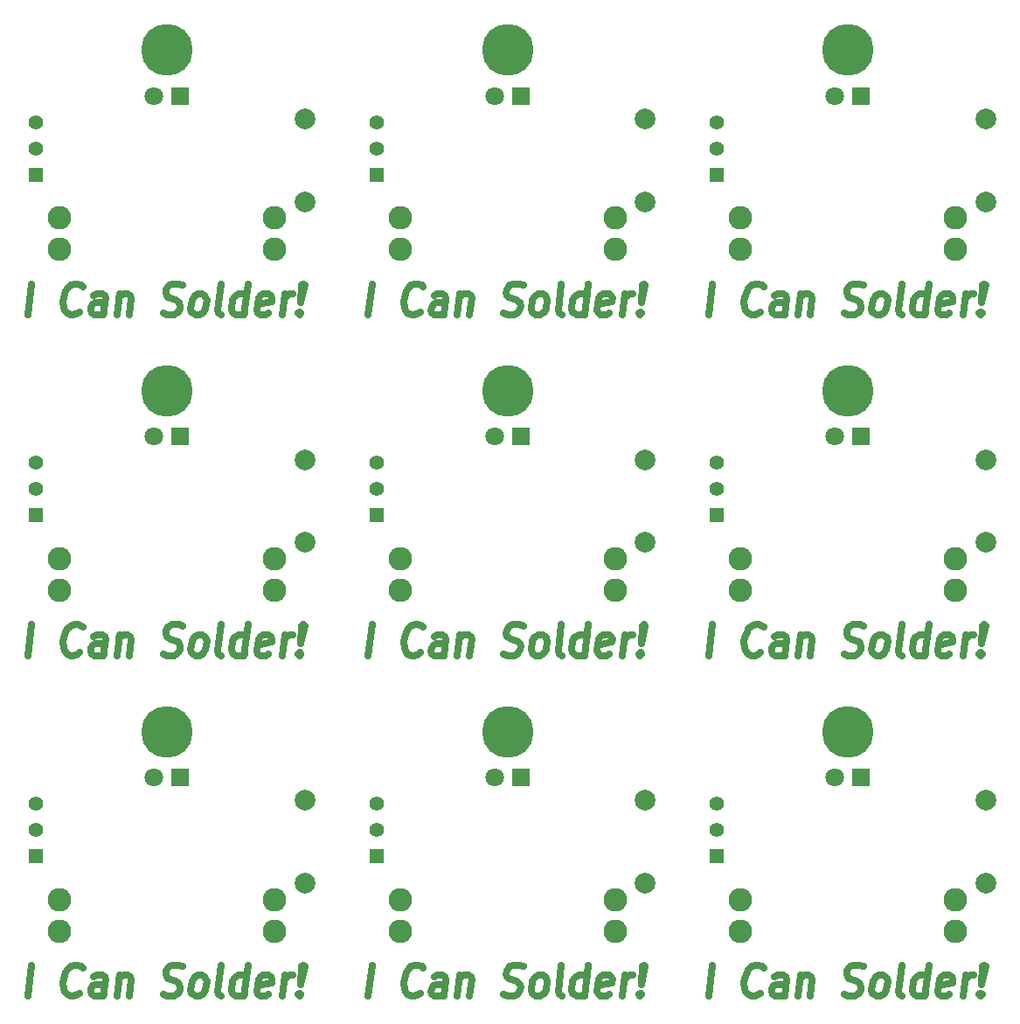
<source format=gts>
%MOIN*%
%OFA0B0*%
%FSLAX46Y46*%
%IPPOS*%
%LPD*%
%ADD10C,0.027066929133858268*%
%ADD11C,0.070866141732283464*%
%ADD12R,0.070866141732283464X0.070866141732283464*%
%ADD13C,0.0787*%
%ADD14C,0.19685039370078741*%
%ADD15C,0.090000000000000011*%
%ADD16R,0.055000000000000007X0.055000000000000007*%
%ADD17C,0.055000000000000007*%
%ADD28C,0.027066929133858268*%
%ADD29C,0.070866141732283464*%
%ADD30R,0.070866141732283464X0.070866141732283464*%
%ADD31C,0.0787*%
%ADD32C,0.19685039370078741*%
%ADD33C,0.090000000000000011*%
%ADD34R,0.055000000000000007X0.055000000000000007*%
%ADD35C,0.055000000000000007*%
%ADD36C,0.027066929133858268*%
%ADD37C,0.070866141732283464*%
%ADD38R,0.070866141732283464X0.070866141732283464*%
%ADD39C,0.0787*%
%ADD40C,0.19685039370078741*%
%ADD41C,0.090000000000000011*%
%ADD42R,0.055000000000000007X0.055000000000000007*%
%ADD43C,0.055000000000000007*%
%ADD44C,0.027066929133858268*%
%ADD45C,0.070866141732283464*%
%ADD46R,0.070866141732283464X0.070866141732283464*%
%ADD47C,0.0787*%
%ADD48C,0.19685039370078741*%
%ADD49C,0.090000000000000011*%
%ADD50R,0.055000000000000007X0.055000000000000007*%
%ADD51C,0.055000000000000007*%
%ADD52C,0.027066929133858268*%
%ADD53C,0.070866141732283464*%
%ADD54R,0.070866141732283464X0.070866141732283464*%
%ADD55C,0.0787*%
%ADD56C,0.19685039370078741*%
%ADD57C,0.090000000000000011*%
%ADD58R,0.055000000000000007X0.055000000000000007*%
%ADD59C,0.055000000000000007*%
%ADD60C,0.027066929133858268*%
%ADD61C,0.070866141732283464*%
%ADD62R,0.070866141732283464X0.070866141732283464*%
%ADD63C,0.0787*%
%ADD64C,0.19685039370078741*%
%ADD65C,0.090000000000000011*%
%ADD66R,0.055000000000000007X0.055000000000000007*%
%ADD67C,0.055000000000000007*%
%ADD68C,0.027066929133858268*%
%ADD69C,0.070866141732283464*%
%ADD70R,0.070866141732283464X0.070866141732283464*%
%ADD71C,0.0787*%
%ADD72C,0.19685039370078741*%
%ADD73C,0.090000000000000011*%
%ADD74R,0.055000000000000007X0.055000000000000007*%
%ADD75C,0.055000000000000007*%
%ADD76C,0.027066929133858268*%
%ADD77C,0.070866141732283464*%
%ADD78R,0.070866141732283464X0.070866141732283464*%
%ADD79C,0.0787*%
%ADD80C,0.19685039370078741*%
%ADD81C,0.090000000000000011*%
%ADD82R,0.055000000000000007X0.055000000000000007*%
%ADD83C,0.055000000000000007*%
%ADD84C,0.027066929133858268*%
%ADD85C,0.070866141732283464*%
%ADD86R,0.070866141732283464X0.070866141732283464*%
%ADD87C,0.0787*%
%ADD88C,0.19685039370078741*%
%ADD89C,0.090000000000000011*%
%ADD90R,0.055000000000000007X0.055000000000000007*%
%ADD91C,0.055000000000000007*%
G01*
D10*
X0000069292Y0000091569D02*
X0000084056Y0000209679D01*
X0000266611Y0000102817D02*
X0000260753Y0000097193D01*
X0000244583Y0000091569D01*
X0000234271Y0000091569D01*
X0000219508Y0000097193D01*
X0000210603Y0000108442D01*
X0000206853Y0000119690D01*
X0000204510Y0000142187D01*
X0000206619Y0000159060D01*
X0000214586Y0000181557D01*
X0000221148Y0000192806D01*
X0000232865Y0000204055D01*
X0000249035Y0000209679D01*
X0000259346Y0000209679D01*
X0000274110Y0000204055D01*
X0000278563Y0000198430D01*
X0000358006Y0000091569D02*
X0000365739Y0000153436D01*
X0000361990Y0000164685D01*
X0000352382Y0000170309D01*
X0000331759Y0000170309D01*
X0000320745Y0000164685D01*
X0000358709Y0000097193D02*
X0000347695Y0000091569D01*
X0000321917Y0000091569D01*
X0000312309Y0000097193D01*
X0000308559Y0000108442D01*
X0000309965Y0000119690D01*
X0000316527Y0000130939D01*
X0000327541Y0000136563D01*
X0000353319Y0000136563D01*
X0000364333Y0000142187D01*
X0000419405Y0000170309D02*
X0000409562Y0000091569D01*
X0000417999Y0000159060D02*
X0000423857Y0000164685D01*
X0000434871Y0000170309D01*
X0000450338Y0000170309D01*
X0000459946Y0000164685D01*
X0000463696Y0000153436D01*
X0000455963Y0000091569D01*
X0000585556Y0000097193D02*
X0000600319Y0000091569D01*
X0000626097Y0000091569D01*
X0000637112Y0000097193D01*
X0000642970Y0000102817D01*
X0000649532Y0000114066D01*
X0000650938Y0000125314D01*
X0000647189Y0000136563D01*
X0000642736Y0000142187D01*
X0000633128Y0000147812D01*
X0000613208Y0000153436D01*
X0000603600Y0000159060D01*
X0000599148Y0000164685D01*
X0000595398Y0000175933D01*
X0000596804Y0000187182D01*
X0000603366Y0000198430D01*
X0000609225Y0000204055D01*
X0000620239Y0000209679D01*
X0000646017Y0000209679D01*
X0000660781Y0000204055D01*
X0000708587Y0000091569D02*
X0000698979Y0000097193D01*
X0000694526Y0000102817D01*
X0000690777Y0000114066D01*
X0000694995Y0000147812D01*
X0000701557Y0000159060D01*
X0000707415Y0000164685D01*
X0000718430Y0000170309D01*
X0000733897Y0000170309D01*
X0000743505Y0000164685D01*
X0000747957Y0000159060D01*
X0000751707Y0000147812D01*
X0000747489Y0000114066D01*
X0000740927Y0000102817D01*
X0000735068Y0000097193D01*
X0000724054Y0000091569D01*
X0000708587Y0000091569D01*
X0000806544Y0000091569D02*
X0000796936Y0000097193D01*
X0000793186Y0000108442D01*
X0000805841Y0000209679D01*
X0000894189Y0000091569D02*
X0000908953Y0000209679D01*
X0000894892Y0000097193D02*
X0000883878Y0000091569D01*
X0000863255Y0000091569D01*
X0000853647Y0000097193D01*
X0000849195Y0000102817D01*
X0000845445Y0000114066D01*
X0000849663Y0000147812D01*
X0000856225Y0000159060D01*
X0000862084Y0000164685D01*
X0000873098Y0000170309D01*
X0000893720Y0000170309D01*
X0000903329Y0000164685D01*
X0000987693Y0000097193D02*
X0000976679Y0000091569D01*
X0000956056Y0000091569D01*
X0000946448Y0000097193D01*
X0000942699Y0000108442D01*
X0000948323Y0000153436D01*
X0000954885Y0000164685D01*
X0000965899Y0000170309D01*
X0000986521Y0000170309D01*
X0000996129Y0000164685D01*
X0000999879Y0000153436D01*
X0000998473Y0000142187D01*
X0000945511Y0000130939D01*
X0001038546Y0000091569D02*
X0001048388Y0000170309D01*
X0001045576Y0000147812D02*
X0001052138Y0000159060D01*
X0001057997Y0000164685D01*
X0001069011Y0000170309D01*
X0001079322Y0000170309D01*
X0001106975Y0000102817D02*
X0001111427Y0000097193D01*
X0001105569Y0000091569D01*
X0001101116Y0000097193D01*
X0001106975Y0000102817D01*
X0001105569Y0000091569D01*
X0001111193Y0000136563D02*
X0001114474Y0000204055D01*
X0001120333Y0000209679D01*
X0001124785Y0000204055D01*
X0001111193Y0000136563D01*
X0001120333Y0000209679D01*
D11*
X0000549999Y0000925000D03*
D12*
X0000649999Y0000925000D03*
D13*
X0001124999Y0000837480D03*
X0001124999Y0000522519D03*
D14*
X0000599999Y0001099999D03*
D15*
X0001009999Y0000339999D03*
X0000189999Y0000339999D03*
X0001009999Y0000459999D03*
X0000189999Y0000459999D03*
D16*
X0000099999Y0000625000D03*
D17*
X0000099999Y0000725000D03*
X0000099999Y0000825000D03*
G04 next file*
G04 Gerber Fmt 4.6, Leading zero omitted, Abs format (unit mm)*
G04 Created by KiCad (PCBNEW (5.1.10)-1) date 2022-03-19 19:01:51*
G01*
G04 APERTURE LIST*
G04 APERTURE END LIST*
D28*
X0000069292Y0001389994D02*
X0000084056Y0001508104D01*
X0000266611Y0001401242D02*
X0000260753Y0001395618D01*
X0000244583Y0001389994D01*
X0000234271Y0001389994D01*
X0000219508Y0001395618D01*
X0000210603Y0001406867D01*
X0000206853Y0001418115D01*
X0000204510Y0001440613D01*
X0000206619Y0001457485D01*
X0000214586Y0001479983D01*
X0000221148Y0001491231D01*
X0000232865Y0001502480D01*
X0000249035Y0001508104D01*
X0000259346Y0001508104D01*
X0000274110Y0001502480D01*
X0000278563Y0001496856D01*
X0000358006Y0001389994D02*
X0000365739Y0001451861D01*
X0000361990Y0001463110D01*
X0000352382Y0001468734D01*
X0000331759Y0001468734D01*
X0000320745Y0001463110D01*
X0000358709Y0001395618D02*
X0000347695Y0001389994D01*
X0000321917Y0001389994D01*
X0000312309Y0001395618D01*
X0000308559Y0001406867D01*
X0000309965Y0001418115D01*
X0000316527Y0001429364D01*
X0000327541Y0001434988D01*
X0000353319Y0001434988D01*
X0000364333Y0001440613D01*
X0000419405Y0001468734D02*
X0000409562Y0001389994D01*
X0000417999Y0001457485D02*
X0000423857Y0001463110D01*
X0000434871Y0001468734D01*
X0000450338Y0001468734D01*
X0000459946Y0001463110D01*
X0000463696Y0001451861D01*
X0000455963Y0001389994D01*
X0000585556Y0001395618D02*
X0000600319Y0001389994D01*
X0000626097Y0001389994D01*
X0000637112Y0001395618D01*
X0000642970Y0001401242D01*
X0000649532Y0001412491D01*
X0000650938Y0001423740D01*
X0000647189Y0001434988D01*
X0000642736Y0001440613D01*
X0000633128Y0001446237D01*
X0000613208Y0001451861D01*
X0000603600Y0001457485D01*
X0000599148Y0001463110D01*
X0000595398Y0001474358D01*
X0000596804Y0001485607D01*
X0000603366Y0001496856D01*
X0000609225Y0001502480D01*
X0000620239Y0001508104D01*
X0000646017Y0001508104D01*
X0000660781Y0001502480D01*
X0000708587Y0001389994D02*
X0000698979Y0001395618D01*
X0000694526Y0001401242D01*
X0000690777Y0001412491D01*
X0000694995Y0001446237D01*
X0000701557Y0001457485D01*
X0000707415Y0001463110D01*
X0000718430Y0001468734D01*
X0000733897Y0001468734D01*
X0000743505Y0001463110D01*
X0000747957Y0001457485D01*
X0000751707Y0001446237D01*
X0000747489Y0001412491D01*
X0000740927Y0001401242D01*
X0000735068Y0001395618D01*
X0000724054Y0001389994D01*
X0000708587Y0001389994D01*
X0000806544Y0001389994D02*
X0000796936Y0001395618D01*
X0000793186Y0001406867D01*
X0000805841Y0001508104D01*
X0000894189Y0001389994D02*
X0000908953Y0001508104D01*
X0000894892Y0001395618D02*
X0000883878Y0001389994D01*
X0000863255Y0001389994D01*
X0000853647Y0001395618D01*
X0000849195Y0001401242D01*
X0000845445Y0001412491D01*
X0000849663Y0001446237D01*
X0000856225Y0001457485D01*
X0000862084Y0001463110D01*
X0000873098Y0001468734D01*
X0000893720Y0001468734D01*
X0000903329Y0001463110D01*
X0000987693Y0001395618D02*
X0000976679Y0001389994D01*
X0000956056Y0001389994D01*
X0000946448Y0001395618D01*
X0000942699Y0001406867D01*
X0000948323Y0001451861D01*
X0000954885Y0001463110D01*
X0000965899Y0001468734D01*
X0000986521Y0001468734D01*
X0000996129Y0001463110D01*
X0000999879Y0001451861D01*
X0000998473Y0001440613D01*
X0000945511Y0001429364D01*
X0001038546Y0001389994D02*
X0001048388Y0001468734D01*
X0001045576Y0001446237D02*
X0001052138Y0001457485D01*
X0001057997Y0001463110D01*
X0001069011Y0001468734D01*
X0001079322Y0001468734D01*
X0001106975Y0001401242D02*
X0001111427Y0001395618D01*
X0001105569Y0001389994D01*
X0001101116Y0001395618D01*
X0001106975Y0001401242D01*
X0001105569Y0001389994D01*
X0001111193Y0001434988D02*
X0001114474Y0001502480D01*
X0001120333Y0001508104D01*
X0001124785Y0001502480D01*
X0001111193Y0001434988D01*
X0001120333Y0001508104D01*
D29*
X0000549999Y0002223425D03*
D30*
X0000649999Y0002223425D03*
D31*
X0001124999Y0002135905D03*
X0001124999Y0001820944D03*
D32*
X0000599999Y0002398425D03*
D33*
X0001009999Y0001638425D03*
X0000189999Y0001638425D03*
X0001009999Y0001758425D03*
X0000189999Y0001758425D03*
D34*
X0000099999Y0001923425D03*
D35*
X0000099999Y0002023425D03*
X0000099999Y0002123425D03*
G04 next file*
G04 Gerber Fmt 4.6, Leading zero omitted, Abs format (unit mm)*
G04 Created by KiCad (PCBNEW (5.1.10)-1) date 2022-03-19 19:01:51*
G01*
G04 APERTURE LIST*
G04 APERTURE END LIST*
D36*
X0000069292Y0002688419D02*
X0000084056Y0002806529D01*
X0000266611Y0002699668D02*
X0000260753Y0002694043D01*
X0000244583Y0002688419D01*
X0000234271Y0002688419D01*
X0000219508Y0002694043D01*
X0000210603Y0002705292D01*
X0000206853Y0002716541D01*
X0000204510Y0002739038D01*
X0000206619Y0002755911D01*
X0000214586Y0002778408D01*
X0000221148Y0002789656D01*
X0000232865Y0002800905D01*
X0000249035Y0002806529D01*
X0000259346Y0002806529D01*
X0000274110Y0002800905D01*
X0000278563Y0002795281D01*
X0000358006Y0002688419D02*
X0000365739Y0002750286D01*
X0000361990Y0002761535D01*
X0000352382Y0002767159D01*
X0000331759Y0002767159D01*
X0000320745Y0002761535D01*
X0000358709Y0002694043D02*
X0000347695Y0002688419D01*
X0000321917Y0002688419D01*
X0000312309Y0002694043D01*
X0000308559Y0002705292D01*
X0000309965Y0002716541D01*
X0000316527Y0002727789D01*
X0000327541Y0002733413D01*
X0000353319Y0002733413D01*
X0000364333Y0002739038D01*
X0000419405Y0002767159D02*
X0000409562Y0002688419D01*
X0000417999Y0002755911D02*
X0000423857Y0002761535D01*
X0000434871Y0002767159D01*
X0000450338Y0002767159D01*
X0000459946Y0002761535D01*
X0000463696Y0002750286D01*
X0000455963Y0002688419D01*
X0000585556Y0002694043D02*
X0000600319Y0002688419D01*
X0000626097Y0002688419D01*
X0000637112Y0002694043D01*
X0000642970Y0002699668D01*
X0000649532Y0002710916D01*
X0000650938Y0002722165D01*
X0000647189Y0002733413D01*
X0000642736Y0002739038D01*
X0000633128Y0002744662D01*
X0000613208Y0002750286D01*
X0000603600Y0002755911D01*
X0000599148Y0002761535D01*
X0000595398Y0002772784D01*
X0000596804Y0002784032D01*
X0000603366Y0002795281D01*
X0000609225Y0002800905D01*
X0000620239Y0002806529D01*
X0000646017Y0002806529D01*
X0000660781Y0002800905D01*
X0000708587Y0002688419D02*
X0000698979Y0002694043D01*
X0000694526Y0002699668D01*
X0000690777Y0002710916D01*
X0000694995Y0002744662D01*
X0000701557Y0002755911D01*
X0000707415Y0002761535D01*
X0000718430Y0002767159D01*
X0000733897Y0002767159D01*
X0000743505Y0002761535D01*
X0000747957Y0002755911D01*
X0000751707Y0002744662D01*
X0000747489Y0002710916D01*
X0000740927Y0002699668D01*
X0000735068Y0002694043D01*
X0000724054Y0002688419D01*
X0000708587Y0002688419D01*
X0000806544Y0002688419D02*
X0000796936Y0002694043D01*
X0000793186Y0002705292D01*
X0000805841Y0002806529D01*
X0000894189Y0002688419D02*
X0000908953Y0002806529D01*
X0000894892Y0002694043D02*
X0000883878Y0002688419D01*
X0000863255Y0002688419D01*
X0000853647Y0002694043D01*
X0000849195Y0002699668D01*
X0000845445Y0002710916D01*
X0000849663Y0002744662D01*
X0000856225Y0002755911D01*
X0000862084Y0002761535D01*
X0000873098Y0002767159D01*
X0000893720Y0002767159D01*
X0000903329Y0002761535D01*
X0000987693Y0002694043D02*
X0000976679Y0002688419D01*
X0000956056Y0002688419D01*
X0000946448Y0002694043D01*
X0000942699Y0002705292D01*
X0000948323Y0002750286D01*
X0000954885Y0002761535D01*
X0000965899Y0002767159D01*
X0000986521Y0002767159D01*
X0000996129Y0002761535D01*
X0000999879Y0002750286D01*
X0000998473Y0002739038D01*
X0000945511Y0002727789D01*
X0001038546Y0002688419D02*
X0001048388Y0002767159D01*
X0001045576Y0002744662D02*
X0001052138Y0002755911D01*
X0001057997Y0002761535D01*
X0001069011Y0002767159D01*
X0001079322Y0002767159D01*
X0001106975Y0002699668D02*
X0001111427Y0002694043D01*
X0001105569Y0002688419D01*
X0001101116Y0002694043D01*
X0001106975Y0002699668D01*
X0001105569Y0002688419D01*
X0001111193Y0002733413D02*
X0001114474Y0002800905D01*
X0001120333Y0002806529D01*
X0001124785Y0002800905D01*
X0001111193Y0002733413D01*
X0001120333Y0002806529D01*
D37*
X0000549999Y0003521850D03*
D38*
X0000649999Y0003521850D03*
D39*
X0001124999Y0003434330D03*
X0001124999Y0003119370D03*
D40*
X0000599999Y0003696850D03*
D41*
X0001009999Y0002936850D03*
X0000189999Y0002936850D03*
X0001009999Y0003056850D03*
X0000189999Y0003056850D03*
D42*
X0000099999Y0003221850D03*
D43*
X0000099999Y0003321850D03*
X0000099999Y0003421850D03*
G04 next file*
G04 Gerber Fmt 4.6, Leading zero omitted, Abs format (unit mm)*
G04 Created by KiCad (PCBNEW (5.1.10)-1) date 2022-03-19 19:01:51*
G01*
G04 APERTURE LIST*
G04 APERTURE END LIST*
D44*
X0001367717Y0000091569D02*
X0001382481Y0000209679D01*
X0001565036Y0000102817D02*
X0001559178Y0000097193D01*
X0001543008Y0000091569D01*
X0001532697Y0000091569D01*
X0001517933Y0000097193D01*
X0001509028Y0000108442D01*
X0001505278Y0000119690D01*
X0001502935Y0000142187D01*
X0001505044Y0000159060D01*
X0001513012Y0000181557D01*
X0001519573Y0000192806D01*
X0001531291Y0000204055D01*
X0001547460Y0000209679D01*
X0001557772Y0000209679D01*
X0001572535Y0000204055D01*
X0001576988Y0000198430D01*
X0001656431Y0000091569D02*
X0001664165Y0000153436D01*
X0001660415Y0000164685D01*
X0001650807Y0000170309D01*
X0001630185Y0000170309D01*
X0001619170Y0000164685D01*
X0001657134Y0000097193D02*
X0001646120Y0000091569D01*
X0001620342Y0000091569D01*
X0001610734Y0000097193D01*
X0001606984Y0000108442D01*
X0001608390Y0000119690D01*
X0001614952Y0000130939D01*
X0001625966Y0000136563D01*
X0001651744Y0000136563D01*
X0001662759Y0000142187D01*
X0001717830Y0000170309D02*
X0001707987Y0000091569D01*
X0001716424Y0000159060D02*
X0001722282Y0000164685D01*
X0001733297Y0000170309D01*
X0001748763Y0000170309D01*
X0001758372Y0000164685D01*
X0001762121Y0000153436D01*
X0001754388Y0000091569D01*
X0001883981Y0000097193D02*
X0001898745Y0000091569D01*
X0001924523Y0000091569D01*
X0001935537Y0000097193D01*
X0001941396Y0000102817D01*
X0001947957Y0000114066D01*
X0001949363Y0000125314D01*
X0001945614Y0000136563D01*
X0001941161Y0000142187D01*
X0001931553Y0000147812D01*
X0001911634Y0000153436D01*
X0001902026Y0000159060D01*
X0001897573Y0000164685D01*
X0001893823Y0000175933D01*
X0001895230Y0000187182D01*
X0001901791Y0000198430D01*
X0001907650Y0000204055D01*
X0001918664Y0000209679D01*
X0001944442Y0000209679D01*
X0001959206Y0000204055D01*
X0002007012Y0000091569D02*
X0001997404Y0000097193D01*
X0001992952Y0000102817D01*
X0001989202Y0000114066D01*
X0001993420Y0000147812D01*
X0001999982Y0000159060D01*
X0002005841Y0000164685D01*
X0002016855Y0000170309D01*
X0002032322Y0000170309D01*
X0002041930Y0000164685D01*
X0002046382Y0000159060D01*
X0002050132Y0000147812D01*
X0002045914Y0000114066D01*
X0002039352Y0000102817D01*
X0002033493Y0000097193D01*
X0002022479Y0000091569D01*
X0002007012Y0000091569D01*
X0002104969Y0000091569D02*
X0002095361Y0000097193D01*
X0002091611Y0000108442D01*
X0002104266Y0000209679D01*
X0002192614Y0000091569D02*
X0002207378Y0000209679D01*
X0002193317Y0000097193D02*
X0002182303Y0000091569D01*
X0002161681Y0000091569D01*
X0002152072Y0000097193D01*
X0002147620Y0000102817D01*
X0002143870Y0000114066D01*
X0002148089Y0000147812D01*
X0002154650Y0000159060D01*
X0002160509Y0000164685D01*
X0002171523Y0000170309D01*
X0002192145Y0000170309D01*
X0002201754Y0000164685D01*
X0002286118Y0000097193D02*
X0002275104Y0000091569D01*
X0002254481Y0000091569D01*
X0002244873Y0000097193D01*
X0002241124Y0000108442D01*
X0002246748Y0000153436D01*
X0002253310Y0000164685D01*
X0002264324Y0000170309D01*
X0002284946Y0000170309D01*
X0002294555Y0000164685D01*
X0002298304Y0000153436D01*
X0002296898Y0000142187D01*
X0002243936Y0000130939D01*
X0002336971Y0000091569D02*
X0002346814Y0000170309D01*
X0002344002Y0000147812D02*
X0002350563Y0000159060D01*
X0002356422Y0000164685D01*
X0002367436Y0000170309D01*
X0002377747Y0000170309D01*
X0002405400Y0000102817D02*
X0002409853Y0000097193D01*
X0002403994Y0000091569D01*
X0002399541Y0000097193D01*
X0002405400Y0000102817D01*
X0002403994Y0000091569D01*
X0002409618Y0000136563D02*
X0002412899Y0000204055D01*
X0002418758Y0000209679D01*
X0002423210Y0000204055D01*
X0002409618Y0000136563D01*
X0002418758Y0000209679D01*
D45*
X0001848425Y0000925000D03*
D46*
X0001948425Y0000925000D03*
D47*
X0002423425Y0000837480D03*
X0002423425Y0000522519D03*
D48*
X0001898425Y0001099999D03*
D49*
X0002308425Y0000339999D03*
X0001488425Y0000339999D03*
X0002308425Y0000459999D03*
X0001488425Y0000459999D03*
D50*
X0001398425Y0000625000D03*
D51*
X0001398425Y0000725000D03*
X0001398425Y0000825000D03*
G04 next file*
G04 Gerber Fmt 4.6, Leading zero omitted, Abs format (unit mm)*
G04 Created by KiCad (PCBNEW (5.1.10)-1) date 2022-03-19 19:01:51*
G01*
G04 APERTURE LIST*
G04 APERTURE END LIST*
D52*
X0002666142Y0000091569D02*
X0002680906Y0000209679D01*
X0002863462Y0000102817D02*
X0002857603Y0000097193D01*
X0002841433Y0000091569D01*
X0002831122Y0000091569D01*
X0002816358Y0000097193D01*
X0002807453Y0000108442D01*
X0002803703Y0000119690D01*
X0002801360Y0000142187D01*
X0002803469Y0000159060D01*
X0002811437Y0000181557D01*
X0002817999Y0000192806D01*
X0002829716Y0000204055D01*
X0002845886Y0000209679D01*
X0002856197Y0000209679D01*
X0002870961Y0000204055D01*
X0002875413Y0000198430D01*
X0002954856Y0000091569D02*
X0002962590Y0000153436D01*
X0002958840Y0000164685D01*
X0002949232Y0000170309D01*
X0002928610Y0000170309D01*
X0002917595Y0000164685D01*
X0002955559Y0000097193D02*
X0002944545Y0000091569D01*
X0002918767Y0000091569D01*
X0002909159Y0000097193D01*
X0002905409Y0000108442D01*
X0002906816Y0000119690D01*
X0002913377Y0000130939D01*
X0002924391Y0000136563D01*
X0002950170Y0000136563D01*
X0002961184Y0000142187D01*
X0003016255Y0000170309D02*
X0003006412Y0000091569D01*
X0003014849Y0000159060D02*
X0003020708Y0000164685D01*
X0003031722Y0000170309D01*
X0003047189Y0000170309D01*
X0003056797Y0000164685D01*
X0003060546Y0000153436D01*
X0003052813Y0000091569D01*
X0003182406Y0000097193D02*
X0003197170Y0000091569D01*
X0003222948Y0000091569D01*
X0003233962Y0000097193D01*
X0003239821Y0000102817D01*
X0003246382Y0000114066D01*
X0003247789Y0000125314D01*
X0003244039Y0000136563D01*
X0003239586Y0000142187D01*
X0003229978Y0000147812D01*
X0003210059Y0000153436D01*
X0003200451Y0000159060D01*
X0003195998Y0000164685D01*
X0003192249Y0000175933D01*
X0003193655Y0000187182D01*
X0003200216Y0000198430D01*
X0003206075Y0000204055D01*
X0003217089Y0000209679D01*
X0003242867Y0000209679D01*
X0003257631Y0000204055D01*
X0003305438Y0000091569D02*
X0003295829Y0000097193D01*
X0003291377Y0000102817D01*
X0003287627Y0000114066D01*
X0003291846Y0000147812D01*
X0003298407Y0000159060D01*
X0003304266Y0000164685D01*
X0003315280Y0000170309D01*
X0003330747Y0000170309D01*
X0003340355Y0000164685D01*
X0003344808Y0000159060D01*
X0003348557Y0000147812D01*
X0003344339Y0000114066D01*
X0003337777Y0000102817D01*
X0003331919Y0000097193D01*
X0003320904Y0000091569D01*
X0003305438Y0000091569D01*
X0003403394Y0000091569D02*
X0003393786Y0000097193D01*
X0003390036Y0000108442D01*
X0003402691Y0000209679D01*
X0003491039Y0000091569D02*
X0003505803Y0000209679D01*
X0003491742Y0000097193D02*
X0003480728Y0000091569D01*
X0003460106Y0000091569D01*
X0003450498Y0000097193D01*
X0003446045Y0000102817D01*
X0003442295Y0000114066D01*
X0003446514Y0000147812D01*
X0003453075Y0000159060D01*
X0003458934Y0000164685D01*
X0003469948Y0000170309D01*
X0003490571Y0000170309D01*
X0003500179Y0000164685D01*
X0003584543Y0000097193D02*
X0003573529Y0000091569D01*
X0003552907Y0000091569D01*
X0003543298Y0000097193D01*
X0003539549Y0000108442D01*
X0003545173Y0000153436D01*
X0003551735Y0000164685D01*
X0003562749Y0000170309D01*
X0003583372Y0000170309D01*
X0003592980Y0000164685D01*
X0003596729Y0000153436D01*
X0003595323Y0000142187D01*
X0003542361Y0000130939D01*
X0003635396Y0000091569D02*
X0003645239Y0000170309D01*
X0003642427Y0000147812D02*
X0003648988Y0000159060D01*
X0003654847Y0000164685D01*
X0003665861Y0000170309D01*
X0003676172Y0000170309D01*
X0003703825Y0000102817D02*
X0003708278Y0000097193D01*
X0003702419Y0000091569D01*
X0003697967Y0000097193D01*
X0003703825Y0000102817D01*
X0003702419Y0000091569D01*
X0003708044Y0000136563D02*
X0003711324Y0000204055D01*
X0003717183Y0000209679D01*
X0003721636Y0000204055D01*
X0003708044Y0000136563D01*
X0003717183Y0000209679D01*
D53*
X0003146850Y0000925000D03*
D54*
X0003246850Y0000925000D03*
D55*
X0003721850Y0000837480D03*
X0003721850Y0000522519D03*
D56*
X0003196850Y0001099999D03*
D57*
X0003606850Y0000339999D03*
X0002786850Y0000339999D03*
X0003606850Y0000459999D03*
X0002786850Y0000459999D03*
D58*
X0002696850Y0000625000D03*
D59*
X0002696850Y0000725000D03*
X0002696850Y0000825000D03*
G04 next file*
G04 Gerber Fmt 4.6, Leading zero omitted, Abs format (unit mm)*
G04 Created by KiCad (PCBNEW (5.1.10)-1) date 2022-03-19 19:01:51*
G01*
G04 APERTURE LIST*
G04 APERTURE END LIST*
D60*
X0001367717Y0001389994D02*
X0001382481Y0001508104D01*
X0001565036Y0001401242D02*
X0001559178Y0001395618D01*
X0001543008Y0001389994D01*
X0001532697Y0001389994D01*
X0001517933Y0001395618D01*
X0001509028Y0001406867D01*
X0001505278Y0001418115D01*
X0001502935Y0001440613D01*
X0001505044Y0001457485D01*
X0001513012Y0001479983D01*
X0001519573Y0001491231D01*
X0001531291Y0001502480D01*
X0001547460Y0001508104D01*
X0001557772Y0001508104D01*
X0001572535Y0001502480D01*
X0001576988Y0001496856D01*
X0001656431Y0001389994D02*
X0001664165Y0001451861D01*
X0001660415Y0001463110D01*
X0001650807Y0001468734D01*
X0001630185Y0001468734D01*
X0001619170Y0001463110D01*
X0001657134Y0001395618D02*
X0001646120Y0001389994D01*
X0001620342Y0001389994D01*
X0001610734Y0001395618D01*
X0001606984Y0001406867D01*
X0001608390Y0001418115D01*
X0001614952Y0001429364D01*
X0001625966Y0001434988D01*
X0001651744Y0001434988D01*
X0001662759Y0001440613D01*
X0001717830Y0001468734D02*
X0001707987Y0001389994D01*
X0001716424Y0001457485D02*
X0001722282Y0001463110D01*
X0001733297Y0001468734D01*
X0001748763Y0001468734D01*
X0001758372Y0001463110D01*
X0001762121Y0001451861D01*
X0001754388Y0001389994D01*
X0001883981Y0001395618D02*
X0001898745Y0001389994D01*
X0001924523Y0001389994D01*
X0001935537Y0001395618D01*
X0001941396Y0001401242D01*
X0001947957Y0001412491D01*
X0001949363Y0001423740D01*
X0001945614Y0001434988D01*
X0001941161Y0001440613D01*
X0001931553Y0001446237D01*
X0001911634Y0001451861D01*
X0001902026Y0001457485D01*
X0001897573Y0001463110D01*
X0001893823Y0001474358D01*
X0001895230Y0001485607D01*
X0001901791Y0001496856D01*
X0001907650Y0001502480D01*
X0001918664Y0001508104D01*
X0001944442Y0001508104D01*
X0001959206Y0001502480D01*
X0002007012Y0001389994D02*
X0001997404Y0001395618D01*
X0001992952Y0001401242D01*
X0001989202Y0001412491D01*
X0001993420Y0001446237D01*
X0001999982Y0001457485D01*
X0002005841Y0001463110D01*
X0002016855Y0001468734D01*
X0002032322Y0001468734D01*
X0002041930Y0001463110D01*
X0002046382Y0001457485D01*
X0002050132Y0001446237D01*
X0002045914Y0001412491D01*
X0002039352Y0001401242D01*
X0002033493Y0001395618D01*
X0002022479Y0001389994D01*
X0002007012Y0001389994D01*
X0002104969Y0001389994D02*
X0002095361Y0001395618D01*
X0002091611Y0001406867D01*
X0002104266Y0001508104D01*
X0002192614Y0001389994D02*
X0002207378Y0001508104D01*
X0002193317Y0001395618D02*
X0002182303Y0001389994D01*
X0002161681Y0001389994D01*
X0002152072Y0001395618D01*
X0002147620Y0001401242D01*
X0002143870Y0001412491D01*
X0002148089Y0001446237D01*
X0002154650Y0001457485D01*
X0002160509Y0001463110D01*
X0002171523Y0001468734D01*
X0002192145Y0001468734D01*
X0002201754Y0001463110D01*
X0002286118Y0001395618D02*
X0002275104Y0001389994D01*
X0002254481Y0001389994D01*
X0002244873Y0001395618D01*
X0002241124Y0001406867D01*
X0002246748Y0001451861D01*
X0002253310Y0001463110D01*
X0002264324Y0001468734D01*
X0002284946Y0001468734D01*
X0002294555Y0001463110D01*
X0002298304Y0001451861D01*
X0002296898Y0001440613D01*
X0002243936Y0001429364D01*
X0002336971Y0001389994D02*
X0002346814Y0001468734D01*
X0002344002Y0001446237D02*
X0002350563Y0001457485D01*
X0002356422Y0001463110D01*
X0002367436Y0001468734D01*
X0002377747Y0001468734D01*
X0002405400Y0001401242D02*
X0002409853Y0001395618D01*
X0002403994Y0001389994D01*
X0002399541Y0001395618D01*
X0002405400Y0001401242D01*
X0002403994Y0001389994D01*
X0002409618Y0001434988D02*
X0002412899Y0001502480D01*
X0002418758Y0001508104D01*
X0002423210Y0001502480D01*
X0002409618Y0001434988D01*
X0002418758Y0001508104D01*
D61*
X0001848425Y0002223425D03*
D62*
X0001948425Y0002223425D03*
D63*
X0002423425Y0002135905D03*
X0002423425Y0001820944D03*
D64*
X0001898425Y0002398425D03*
D65*
X0002308425Y0001638425D03*
X0001488425Y0001638425D03*
X0002308425Y0001758425D03*
X0001488425Y0001758425D03*
D66*
X0001398425Y0001923425D03*
D67*
X0001398425Y0002023425D03*
X0001398425Y0002123425D03*
G04 next file*
G04 Gerber Fmt 4.6, Leading zero omitted, Abs format (unit mm)*
G04 Created by KiCad (PCBNEW (5.1.10)-1) date 2022-03-19 19:01:51*
G01*
G04 APERTURE LIST*
G04 APERTURE END LIST*
D68*
X0001367717Y0002688419D02*
X0001382481Y0002806529D01*
X0001565036Y0002699668D02*
X0001559178Y0002694043D01*
X0001543008Y0002688419D01*
X0001532697Y0002688419D01*
X0001517933Y0002694043D01*
X0001509028Y0002705292D01*
X0001505278Y0002716541D01*
X0001502935Y0002739038D01*
X0001505044Y0002755911D01*
X0001513012Y0002778408D01*
X0001519573Y0002789656D01*
X0001531291Y0002800905D01*
X0001547460Y0002806529D01*
X0001557772Y0002806529D01*
X0001572535Y0002800905D01*
X0001576988Y0002795281D01*
X0001656431Y0002688419D02*
X0001664165Y0002750286D01*
X0001660415Y0002761535D01*
X0001650807Y0002767159D01*
X0001630185Y0002767159D01*
X0001619170Y0002761535D01*
X0001657134Y0002694043D02*
X0001646120Y0002688419D01*
X0001620342Y0002688419D01*
X0001610734Y0002694043D01*
X0001606984Y0002705292D01*
X0001608390Y0002716541D01*
X0001614952Y0002727789D01*
X0001625966Y0002733413D01*
X0001651744Y0002733413D01*
X0001662759Y0002739038D01*
X0001717830Y0002767159D02*
X0001707987Y0002688419D01*
X0001716424Y0002755911D02*
X0001722282Y0002761535D01*
X0001733297Y0002767159D01*
X0001748763Y0002767159D01*
X0001758372Y0002761535D01*
X0001762121Y0002750286D01*
X0001754388Y0002688419D01*
X0001883981Y0002694043D02*
X0001898745Y0002688419D01*
X0001924523Y0002688419D01*
X0001935537Y0002694043D01*
X0001941396Y0002699668D01*
X0001947957Y0002710916D01*
X0001949363Y0002722165D01*
X0001945614Y0002733413D01*
X0001941161Y0002739038D01*
X0001931553Y0002744662D01*
X0001911634Y0002750286D01*
X0001902026Y0002755911D01*
X0001897573Y0002761535D01*
X0001893823Y0002772784D01*
X0001895230Y0002784032D01*
X0001901791Y0002795281D01*
X0001907650Y0002800905D01*
X0001918664Y0002806529D01*
X0001944442Y0002806529D01*
X0001959206Y0002800905D01*
X0002007012Y0002688419D02*
X0001997404Y0002694043D01*
X0001992952Y0002699668D01*
X0001989202Y0002710916D01*
X0001993420Y0002744662D01*
X0001999982Y0002755911D01*
X0002005841Y0002761535D01*
X0002016855Y0002767159D01*
X0002032322Y0002767159D01*
X0002041930Y0002761535D01*
X0002046382Y0002755911D01*
X0002050132Y0002744662D01*
X0002045914Y0002710916D01*
X0002039352Y0002699668D01*
X0002033493Y0002694043D01*
X0002022479Y0002688419D01*
X0002007012Y0002688419D01*
X0002104969Y0002688419D02*
X0002095361Y0002694043D01*
X0002091611Y0002705292D01*
X0002104266Y0002806529D01*
X0002192614Y0002688419D02*
X0002207378Y0002806529D01*
X0002193317Y0002694043D02*
X0002182303Y0002688419D01*
X0002161681Y0002688419D01*
X0002152072Y0002694043D01*
X0002147620Y0002699668D01*
X0002143870Y0002710916D01*
X0002148089Y0002744662D01*
X0002154650Y0002755911D01*
X0002160509Y0002761535D01*
X0002171523Y0002767159D01*
X0002192145Y0002767159D01*
X0002201754Y0002761535D01*
X0002286118Y0002694043D02*
X0002275104Y0002688419D01*
X0002254481Y0002688419D01*
X0002244873Y0002694043D01*
X0002241124Y0002705292D01*
X0002246748Y0002750286D01*
X0002253310Y0002761535D01*
X0002264324Y0002767159D01*
X0002284946Y0002767159D01*
X0002294555Y0002761535D01*
X0002298304Y0002750286D01*
X0002296898Y0002739038D01*
X0002243936Y0002727789D01*
X0002336971Y0002688419D02*
X0002346814Y0002767159D01*
X0002344002Y0002744662D02*
X0002350563Y0002755911D01*
X0002356422Y0002761535D01*
X0002367436Y0002767159D01*
X0002377747Y0002767159D01*
X0002405400Y0002699668D02*
X0002409853Y0002694043D01*
X0002403994Y0002688419D01*
X0002399541Y0002694043D01*
X0002405400Y0002699668D01*
X0002403994Y0002688419D01*
X0002409618Y0002733413D02*
X0002412899Y0002800905D01*
X0002418758Y0002806529D01*
X0002423210Y0002800905D01*
X0002409618Y0002733413D01*
X0002418758Y0002806529D01*
D69*
X0001848425Y0003521850D03*
D70*
X0001948425Y0003521850D03*
D71*
X0002423425Y0003434330D03*
X0002423425Y0003119370D03*
D72*
X0001898425Y0003696850D03*
D73*
X0002308425Y0002936850D03*
X0001488425Y0002936850D03*
X0002308425Y0003056850D03*
X0001488425Y0003056850D03*
D74*
X0001398425Y0003221850D03*
D75*
X0001398425Y0003321850D03*
X0001398425Y0003421850D03*
G04 next file*
G04 Gerber Fmt 4.6, Leading zero omitted, Abs format (unit mm)*
G04 Created by KiCad (PCBNEW (5.1.10)-1) date 2022-03-19 19:01:51*
G01*
G04 APERTURE LIST*
G04 APERTURE END LIST*
D76*
X0002666142Y0001389994D02*
X0002680906Y0001508104D01*
X0002863462Y0001401242D02*
X0002857603Y0001395618D01*
X0002841433Y0001389994D01*
X0002831122Y0001389994D01*
X0002816358Y0001395618D01*
X0002807453Y0001406867D01*
X0002803703Y0001418115D01*
X0002801360Y0001440613D01*
X0002803469Y0001457485D01*
X0002811437Y0001479983D01*
X0002817999Y0001491231D01*
X0002829716Y0001502480D01*
X0002845886Y0001508104D01*
X0002856197Y0001508104D01*
X0002870961Y0001502480D01*
X0002875413Y0001496856D01*
X0002954856Y0001389994D02*
X0002962590Y0001451861D01*
X0002958840Y0001463110D01*
X0002949232Y0001468734D01*
X0002928610Y0001468734D01*
X0002917595Y0001463110D01*
X0002955559Y0001395618D02*
X0002944545Y0001389994D01*
X0002918767Y0001389994D01*
X0002909159Y0001395618D01*
X0002905409Y0001406867D01*
X0002906816Y0001418115D01*
X0002913377Y0001429364D01*
X0002924391Y0001434988D01*
X0002950170Y0001434988D01*
X0002961184Y0001440613D01*
X0003016255Y0001468734D02*
X0003006412Y0001389994D01*
X0003014849Y0001457485D02*
X0003020708Y0001463110D01*
X0003031722Y0001468734D01*
X0003047189Y0001468734D01*
X0003056797Y0001463110D01*
X0003060546Y0001451861D01*
X0003052813Y0001389994D01*
X0003182406Y0001395618D02*
X0003197170Y0001389994D01*
X0003222948Y0001389994D01*
X0003233962Y0001395618D01*
X0003239821Y0001401242D01*
X0003246382Y0001412491D01*
X0003247789Y0001423740D01*
X0003244039Y0001434988D01*
X0003239586Y0001440613D01*
X0003229978Y0001446237D01*
X0003210059Y0001451861D01*
X0003200451Y0001457485D01*
X0003195998Y0001463110D01*
X0003192249Y0001474358D01*
X0003193655Y0001485607D01*
X0003200216Y0001496856D01*
X0003206075Y0001502480D01*
X0003217089Y0001508104D01*
X0003242867Y0001508104D01*
X0003257631Y0001502480D01*
X0003305438Y0001389994D02*
X0003295829Y0001395618D01*
X0003291377Y0001401242D01*
X0003287627Y0001412491D01*
X0003291846Y0001446237D01*
X0003298407Y0001457485D01*
X0003304266Y0001463110D01*
X0003315280Y0001468734D01*
X0003330747Y0001468734D01*
X0003340355Y0001463110D01*
X0003344808Y0001457485D01*
X0003348557Y0001446237D01*
X0003344339Y0001412491D01*
X0003337777Y0001401242D01*
X0003331919Y0001395618D01*
X0003320904Y0001389994D01*
X0003305438Y0001389994D01*
X0003403394Y0001389994D02*
X0003393786Y0001395618D01*
X0003390036Y0001406867D01*
X0003402691Y0001508104D01*
X0003491039Y0001389994D02*
X0003505803Y0001508104D01*
X0003491742Y0001395618D02*
X0003480728Y0001389994D01*
X0003460106Y0001389994D01*
X0003450498Y0001395618D01*
X0003446045Y0001401242D01*
X0003442295Y0001412491D01*
X0003446514Y0001446237D01*
X0003453075Y0001457485D01*
X0003458934Y0001463110D01*
X0003469948Y0001468734D01*
X0003490571Y0001468734D01*
X0003500179Y0001463110D01*
X0003584543Y0001395618D02*
X0003573529Y0001389994D01*
X0003552907Y0001389994D01*
X0003543298Y0001395618D01*
X0003539549Y0001406867D01*
X0003545173Y0001451861D01*
X0003551735Y0001463110D01*
X0003562749Y0001468734D01*
X0003583372Y0001468734D01*
X0003592980Y0001463110D01*
X0003596729Y0001451861D01*
X0003595323Y0001440613D01*
X0003542361Y0001429364D01*
X0003635396Y0001389994D02*
X0003645239Y0001468734D01*
X0003642427Y0001446237D02*
X0003648988Y0001457485D01*
X0003654847Y0001463110D01*
X0003665861Y0001468734D01*
X0003676172Y0001468734D01*
X0003703825Y0001401242D02*
X0003708278Y0001395618D01*
X0003702419Y0001389994D01*
X0003697967Y0001395618D01*
X0003703825Y0001401242D01*
X0003702419Y0001389994D01*
X0003708044Y0001434988D02*
X0003711324Y0001502480D01*
X0003717183Y0001508104D01*
X0003721636Y0001502480D01*
X0003708044Y0001434988D01*
X0003717183Y0001508104D01*
D77*
X0003146850Y0002223425D03*
D78*
X0003246850Y0002223425D03*
D79*
X0003721850Y0002135905D03*
X0003721850Y0001820944D03*
D80*
X0003196850Y0002398425D03*
D81*
X0003606850Y0001638425D03*
X0002786850Y0001638425D03*
X0003606850Y0001758425D03*
X0002786850Y0001758425D03*
D82*
X0002696850Y0001923425D03*
D83*
X0002696850Y0002023425D03*
X0002696850Y0002123425D03*
G04 next file*
G04 Gerber Fmt 4.6, Leading zero omitted, Abs format (unit mm)*
G04 Created by KiCad (PCBNEW (5.1.10)-1) date 2022-03-19 19:01:51*
G01*
G04 APERTURE LIST*
G04 APERTURE END LIST*
D84*
X0002666142Y0002688419D02*
X0002680906Y0002806529D01*
X0002863462Y0002699668D02*
X0002857603Y0002694043D01*
X0002841433Y0002688419D01*
X0002831122Y0002688419D01*
X0002816358Y0002694043D01*
X0002807453Y0002705292D01*
X0002803703Y0002716541D01*
X0002801360Y0002739038D01*
X0002803469Y0002755911D01*
X0002811437Y0002778408D01*
X0002817999Y0002789656D01*
X0002829716Y0002800905D01*
X0002845886Y0002806529D01*
X0002856197Y0002806529D01*
X0002870961Y0002800905D01*
X0002875413Y0002795281D01*
X0002954856Y0002688419D02*
X0002962590Y0002750286D01*
X0002958840Y0002761535D01*
X0002949232Y0002767159D01*
X0002928610Y0002767159D01*
X0002917595Y0002761535D01*
X0002955559Y0002694043D02*
X0002944545Y0002688419D01*
X0002918767Y0002688419D01*
X0002909159Y0002694043D01*
X0002905409Y0002705292D01*
X0002906816Y0002716541D01*
X0002913377Y0002727789D01*
X0002924391Y0002733413D01*
X0002950170Y0002733413D01*
X0002961184Y0002739038D01*
X0003016255Y0002767159D02*
X0003006412Y0002688419D01*
X0003014849Y0002755911D02*
X0003020708Y0002761535D01*
X0003031722Y0002767159D01*
X0003047189Y0002767159D01*
X0003056797Y0002761535D01*
X0003060546Y0002750286D01*
X0003052813Y0002688419D01*
X0003182406Y0002694043D02*
X0003197170Y0002688419D01*
X0003222948Y0002688419D01*
X0003233962Y0002694043D01*
X0003239821Y0002699668D01*
X0003246382Y0002710916D01*
X0003247789Y0002722165D01*
X0003244039Y0002733413D01*
X0003239586Y0002739038D01*
X0003229978Y0002744662D01*
X0003210059Y0002750286D01*
X0003200451Y0002755911D01*
X0003195998Y0002761535D01*
X0003192249Y0002772784D01*
X0003193655Y0002784032D01*
X0003200216Y0002795281D01*
X0003206075Y0002800905D01*
X0003217089Y0002806529D01*
X0003242867Y0002806529D01*
X0003257631Y0002800905D01*
X0003305438Y0002688419D02*
X0003295829Y0002694043D01*
X0003291377Y0002699668D01*
X0003287627Y0002710916D01*
X0003291846Y0002744662D01*
X0003298407Y0002755911D01*
X0003304266Y0002761535D01*
X0003315280Y0002767159D01*
X0003330747Y0002767159D01*
X0003340355Y0002761535D01*
X0003344808Y0002755911D01*
X0003348557Y0002744662D01*
X0003344339Y0002710916D01*
X0003337777Y0002699668D01*
X0003331919Y0002694043D01*
X0003320904Y0002688419D01*
X0003305438Y0002688419D01*
X0003403394Y0002688419D02*
X0003393786Y0002694043D01*
X0003390036Y0002705292D01*
X0003402691Y0002806529D01*
X0003491039Y0002688419D02*
X0003505803Y0002806529D01*
X0003491742Y0002694043D02*
X0003480728Y0002688419D01*
X0003460106Y0002688419D01*
X0003450498Y0002694043D01*
X0003446045Y0002699668D01*
X0003442295Y0002710916D01*
X0003446514Y0002744662D01*
X0003453075Y0002755911D01*
X0003458934Y0002761535D01*
X0003469948Y0002767159D01*
X0003490571Y0002767159D01*
X0003500179Y0002761535D01*
X0003584543Y0002694043D02*
X0003573529Y0002688419D01*
X0003552907Y0002688419D01*
X0003543298Y0002694043D01*
X0003539549Y0002705292D01*
X0003545173Y0002750286D01*
X0003551735Y0002761535D01*
X0003562749Y0002767159D01*
X0003583372Y0002767159D01*
X0003592980Y0002761535D01*
X0003596729Y0002750286D01*
X0003595323Y0002739038D01*
X0003542361Y0002727789D01*
X0003635396Y0002688419D02*
X0003645239Y0002767159D01*
X0003642427Y0002744662D02*
X0003648988Y0002755911D01*
X0003654847Y0002761535D01*
X0003665861Y0002767159D01*
X0003676172Y0002767159D01*
X0003703825Y0002699668D02*
X0003708278Y0002694043D01*
X0003702419Y0002688419D01*
X0003697967Y0002694043D01*
X0003703825Y0002699668D01*
X0003702419Y0002688419D01*
X0003708044Y0002733413D02*
X0003711324Y0002800905D01*
X0003717183Y0002806529D01*
X0003721636Y0002800905D01*
X0003708044Y0002733413D01*
X0003717183Y0002806529D01*
D85*
X0003146850Y0003521850D03*
D86*
X0003246850Y0003521850D03*
D87*
X0003721850Y0003434330D03*
X0003721850Y0003119370D03*
D88*
X0003196850Y0003696850D03*
D89*
X0003606850Y0002936850D03*
X0002786850Y0002936850D03*
X0003606850Y0003056850D03*
X0002786850Y0003056850D03*
D90*
X0002696850Y0003221850D03*
D91*
X0002696850Y0003321850D03*
X0002696850Y0003421850D03*
M02*
</source>
